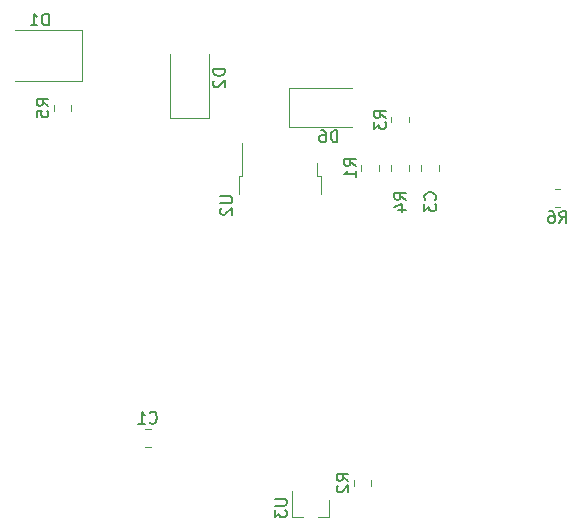
<source format=gbr>
%TF.GenerationSoftware,KiCad,Pcbnew,7.0.5*%
%TF.CreationDate,2024-03-07T15:26:59+01:00*%
%TF.ProjectId,g4_doorbell_module,67345f64-6f6f-4726-9265-6c6c5f6d6f64,rev?*%
%TF.SameCoordinates,Original*%
%TF.FileFunction,Legend,Bot*%
%TF.FilePolarity,Positive*%
%FSLAX46Y46*%
G04 Gerber Fmt 4.6, Leading zero omitted, Abs format (unit mm)*
G04 Created by KiCad (PCBNEW 7.0.5) date 2024-03-07 15:26:59*
%MOMM*%
%LPD*%
G01*
G04 APERTURE LIST*
%ADD10C,0.150000*%
%ADD11C,0.120000*%
G04 APERTURE END LIST*
D10*
%TO.C,C1*%
X28274166Y-46369580D02*
X28321785Y-46417200D01*
X28321785Y-46417200D02*
X28464642Y-46464819D01*
X28464642Y-46464819D02*
X28559880Y-46464819D01*
X28559880Y-46464819D02*
X28702737Y-46417200D01*
X28702737Y-46417200D02*
X28797975Y-46321961D01*
X28797975Y-46321961D02*
X28845594Y-46226723D01*
X28845594Y-46226723D02*
X28893213Y-46036247D01*
X28893213Y-46036247D02*
X28893213Y-45893390D01*
X28893213Y-45893390D02*
X28845594Y-45702914D01*
X28845594Y-45702914D02*
X28797975Y-45607676D01*
X28797975Y-45607676D02*
X28702737Y-45512438D01*
X28702737Y-45512438D02*
X28559880Y-45464819D01*
X28559880Y-45464819D02*
X28464642Y-45464819D01*
X28464642Y-45464819D02*
X28321785Y-45512438D01*
X28321785Y-45512438D02*
X28274166Y-45560057D01*
X27321785Y-46464819D02*
X27893213Y-46464819D01*
X27607499Y-46464819D02*
X27607499Y-45464819D01*
X27607499Y-45464819D02*
X27702737Y-45607676D01*
X27702737Y-45607676D02*
X27797975Y-45702914D01*
X27797975Y-45702914D02*
X27893213Y-45750533D01*
%TO.C,C3*%
X52429580Y-27519333D02*
X52477200Y-27471714D01*
X52477200Y-27471714D02*
X52524819Y-27328857D01*
X52524819Y-27328857D02*
X52524819Y-27233619D01*
X52524819Y-27233619D02*
X52477200Y-27090762D01*
X52477200Y-27090762D02*
X52381961Y-26995524D01*
X52381961Y-26995524D02*
X52286723Y-26947905D01*
X52286723Y-26947905D02*
X52096247Y-26900286D01*
X52096247Y-26900286D02*
X51953390Y-26900286D01*
X51953390Y-26900286D02*
X51762914Y-26947905D01*
X51762914Y-26947905D02*
X51667676Y-26995524D01*
X51667676Y-26995524D02*
X51572438Y-27090762D01*
X51572438Y-27090762D02*
X51524819Y-27233619D01*
X51524819Y-27233619D02*
X51524819Y-27328857D01*
X51524819Y-27328857D02*
X51572438Y-27471714D01*
X51572438Y-27471714D02*
X51620057Y-27519333D01*
X51524819Y-27852667D02*
X51524819Y-28471714D01*
X51524819Y-28471714D02*
X51905771Y-28138381D01*
X51905771Y-28138381D02*
X51905771Y-28281238D01*
X51905771Y-28281238D02*
X51953390Y-28376476D01*
X51953390Y-28376476D02*
X52001009Y-28424095D01*
X52001009Y-28424095D02*
X52096247Y-28471714D01*
X52096247Y-28471714D02*
X52334342Y-28471714D01*
X52334342Y-28471714D02*
X52429580Y-28424095D01*
X52429580Y-28424095D02*
X52477200Y-28376476D01*
X52477200Y-28376476D02*
X52524819Y-28281238D01*
X52524819Y-28281238D02*
X52524819Y-27995524D01*
X52524819Y-27995524D02*
X52477200Y-27900286D01*
X52477200Y-27900286D02*
X52429580Y-27852667D01*
%TO.C,R1*%
X45729819Y-24663333D02*
X45253628Y-24330000D01*
X45729819Y-24091905D02*
X44729819Y-24091905D01*
X44729819Y-24091905D02*
X44729819Y-24472857D01*
X44729819Y-24472857D02*
X44777438Y-24568095D01*
X44777438Y-24568095D02*
X44825057Y-24615714D01*
X44825057Y-24615714D02*
X44920295Y-24663333D01*
X44920295Y-24663333D02*
X45063152Y-24663333D01*
X45063152Y-24663333D02*
X45158390Y-24615714D01*
X45158390Y-24615714D02*
X45206009Y-24568095D01*
X45206009Y-24568095D02*
X45253628Y-24472857D01*
X45253628Y-24472857D02*
X45253628Y-24091905D01*
X45729819Y-25615714D02*
X45729819Y-25044286D01*
X45729819Y-25330000D02*
X44729819Y-25330000D01*
X44729819Y-25330000D02*
X44872676Y-25234762D01*
X44872676Y-25234762D02*
X44967914Y-25139524D01*
X44967914Y-25139524D02*
X45015533Y-25044286D01*
%TO.C,R2*%
X45094819Y-51333333D02*
X44618628Y-51000000D01*
X45094819Y-50761905D02*
X44094819Y-50761905D01*
X44094819Y-50761905D02*
X44094819Y-51142857D01*
X44094819Y-51142857D02*
X44142438Y-51238095D01*
X44142438Y-51238095D02*
X44190057Y-51285714D01*
X44190057Y-51285714D02*
X44285295Y-51333333D01*
X44285295Y-51333333D02*
X44428152Y-51333333D01*
X44428152Y-51333333D02*
X44523390Y-51285714D01*
X44523390Y-51285714D02*
X44571009Y-51238095D01*
X44571009Y-51238095D02*
X44618628Y-51142857D01*
X44618628Y-51142857D02*
X44618628Y-50761905D01*
X44190057Y-51714286D02*
X44142438Y-51761905D01*
X44142438Y-51761905D02*
X44094819Y-51857143D01*
X44094819Y-51857143D02*
X44094819Y-52095238D01*
X44094819Y-52095238D02*
X44142438Y-52190476D01*
X44142438Y-52190476D02*
X44190057Y-52238095D01*
X44190057Y-52238095D02*
X44285295Y-52285714D01*
X44285295Y-52285714D02*
X44380533Y-52285714D01*
X44380533Y-52285714D02*
X44523390Y-52238095D01*
X44523390Y-52238095D02*
X45094819Y-51666667D01*
X45094819Y-51666667D02*
X45094819Y-52285714D01*
%TO.C,R3*%
X48269819Y-20578334D02*
X47793628Y-20245001D01*
X48269819Y-20006906D02*
X47269819Y-20006906D01*
X47269819Y-20006906D02*
X47269819Y-20387858D01*
X47269819Y-20387858D02*
X47317438Y-20483096D01*
X47317438Y-20483096D02*
X47365057Y-20530715D01*
X47365057Y-20530715D02*
X47460295Y-20578334D01*
X47460295Y-20578334D02*
X47603152Y-20578334D01*
X47603152Y-20578334D02*
X47698390Y-20530715D01*
X47698390Y-20530715D02*
X47746009Y-20483096D01*
X47746009Y-20483096D02*
X47793628Y-20387858D01*
X47793628Y-20387858D02*
X47793628Y-20006906D01*
X47269819Y-20911668D02*
X47269819Y-21530715D01*
X47269819Y-21530715D02*
X47650771Y-21197382D01*
X47650771Y-21197382D02*
X47650771Y-21340239D01*
X47650771Y-21340239D02*
X47698390Y-21435477D01*
X47698390Y-21435477D02*
X47746009Y-21483096D01*
X47746009Y-21483096D02*
X47841247Y-21530715D01*
X47841247Y-21530715D02*
X48079342Y-21530715D01*
X48079342Y-21530715D02*
X48174580Y-21483096D01*
X48174580Y-21483096D02*
X48222200Y-21435477D01*
X48222200Y-21435477D02*
X48269819Y-21340239D01*
X48269819Y-21340239D02*
X48269819Y-21054525D01*
X48269819Y-21054525D02*
X48222200Y-20959287D01*
X48222200Y-20959287D02*
X48174580Y-20911668D01*
%TO.C,R4*%
X49984819Y-27519333D02*
X49508628Y-27186000D01*
X49984819Y-26947905D02*
X48984819Y-26947905D01*
X48984819Y-26947905D02*
X48984819Y-27328857D01*
X48984819Y-27328857D02*
X49032438Y-27424095D01*
X49032438Y-27424095D02*
X49080057Y-27471714D01*
X49080057Y-27471714D02*
X49175295Y-27519333D01*
X49175295Y-27519333D02*
X49318152Y-27519333D01*
X49318152Y-27519333D02*
X49413390Y-27471714D01*
X49413390Y-27471714D02*
X49461009Y-27424095D01*
X49461009Y-27424095D02*
X49508628Y-27328857D01*
X49508628Y-27328857D02*
X49508628Y-26947905D01*
X49318152Y-28376476D02*
X49984819Y-28376476D01*
X48937200Y-28138381D02*
X49651485Y-27900286D01*
X49651485Y-27900286D02*
X49651485Y-28519333D01*
%TO.C,R5*%
X19694819Y-19583333D02*
X19218628Y-19250000D01*
X19694819Y-19011905D02*
X18694819Y-19011905D01*
X18694819Y-19011905D02*
X18694819Y-19392857D01*
X18694819Y-19392857D02*
X18742438Y-19488095D01*
X18742438Y-19488095D02*
X18790057Y-19535714D01*
X18790057Y-19535714D02*
X18885295Y-19583333D01*
X18885295Y-19583333D02*
X19028152Y-19583333D01*
X19028152Y-19583333D02*
X19123390Y-19535714D01*
X19123390Y-19535714D02*
X19171009Y-19488095D01*
X19171009Y-19488095D02*
X19218628Y-19392857D01*
X19218628Y-19392857D02*
X19218628Y-19011905D01*
X18694819Y-20488095D02*
X18694819Y-20011905D01*
X18694819Y-20011905D02*
X19171009Y-19964286D01*
X19171009Y-19964286D02*
X19123390Y-20011905D01*
X19123390Y-20011905D02*
X19075771Y-20107143D01*
X19075771Y-20107143D02*
X19075771Y-20345238D01*
X19075771Y-20345238D02*
X19123390Y-20440476D01*
X19123390Y-20440476D02*
X19171009Y-20488095D01*
X19171009Y-20488095D02*
X19266247Y-20535714D01*
X19266247Y-20535714D02*
X19504342Y-20535714D01*
X19504342Y-20535714D02*
X19599580Y-20488095D01*
X19599580Y-20488095D02*
X19647200Y-20440476D01*
X19647200Y-20440476D02*
X19694819Y-20345238D01*
X19694819Y-20345238D02*
X19694819Y-20107143D01*
X19694819Y-20107143D02*
X19647200Y-20011905D01*
X19647200Y-20011905D02*
X19599580Y-19964286D01*
%TO.C,R6*%
X62966666Y-29474819D02*
X63299999Y-28998628D01*
X63538094Y-29474819D02*
X63538094Y-28474819D01*
X63538094Y-28474819D02*
X63157142Y-28474819D01*
X63157142Y-28474819D02*
X63061904Y-28522438D01*
X63061904Y-28522438D02*
X63014285Y-28570057D01*
X63014285Y-28570057D02*
X62966666Y-28665295D01*
X62966666Y-28665295D02*
X62966666Y-28808152D01*
X62966666Y-28808152D02*
X63014285Y-28903390D01*
X63014285Y-28903390D02*
X63061904Y-28951009D01*
X63061904Y-28951009D02*
X63157142Y-28998628D01*
X63157142Y-28998628D02*
X63538094Y-28998628D01*
X62109523Y-28474819D02*
X62299999Y-28474819D01*
X62299999Y-28474819D02*
X62395237Y-28522438D01*
X62395237Y-28522438D02*
X62442856Y-28570057D01*
X62442856Y-28570057D02*
X62538094Y-28712914D01*
X62538094Y-28712914D02*
X62585713Y-28903390D01*
X62585713Y-28903390D02*
X62585713Y-29284342D01*
X62585713Y-29284342D02*
X62538094Y-29379580D01*
X62538094Y-29379580D02*
X62490475Y-29427200D01*
X62490475Y-29427200D02*
X62395237Y-29474819D01*
X62395237Y-29474819D02*
X62204761Y-29474819D01*
X62204761Y-29474819D02*
X62109523Y-29427200D01*
X62109523Y-29427200D02*
X62061904Y-29379580D01*
X62061904Y-29379580D02*
X62014285Y-29284342D01*
X62014285Y-29284342D02*
X62014285Y-29046247D01*
X62014285Y-29046247D02*
X62061904Y-28951009D01*
X62061904Y-28951009D02*
X62109523Y-28903390D01*
X62109523Y-28903390D02*
X62204761Y-28855771D01*
X62204761Y-28855771D02*
X62395237Y-28855771D01*
X62395237Y-28855771D02*
X62490475Y-28903390D01*
X62490475Y-28903390D02*
X62538094Y-28951009D01*
X62538094Y-28951009D02*
X62585713Y-29046247D01*
%TO.C,U2*%
X34259819Y-27243095D02*
X35069342Y-27243095D01*
X35069342Y-27243095D02*
X35164580Y-27290714D01*
X35164580Y-27290714D02*
X35212200Y-27338333D01*
X35212200Y-27338333D02*
X35259819Y-27433571D01*
X35259819Y-27433571D02*
X35259819Y-27624047D01*
X35259819Y-27624047D02*
X35212200Y-27719285D01*
X35212200Y-27719285D02*
X35164580Y-27766904D01*
X35164580Y-27766904D02*
X35069342Y-27814523D01*
X35069342Y-27814523D02*
X34259819Y-27814523D01*
X34355057Y-28243095D02*
X34307438Y-28290714D01*
X34307438Y-28290714D02*
X34259819Y-28385952D01*
X34259819Y-28385952D02*
X34259819Y-28624047D01*
X34259819Y-28624047D02*
X34307438Y-28719285D01*
X34307438Y-28719285D02*
X34355057Y-28766904D01*
X34355057Y-28766904D02*
X34450295Y-28814523D01*
X34450295Y-28814523D02*
X34545533Y-28814523D01*
X34545533Y-28814523D02*
X34688390Y-28766904D01*
X34688390Y-28766904D02*
X35259819Y-28195476D01*
X35259819Y-28195476D02*
X35259819Y-28814523D01*
%TO.C,D2*%
X34639819Y-16471905D02*
X33639819Y-16471905D01*
X33639819Y-16471905D02*
X33639819Y-16710000D01*
X33639819Y-16710000D02*
X33687438Y-16852857D01*
X33687438Y-16852857D02*
X33782676Y-16948095D01*
X33782676Y-16948095D02*
X33877914Y-16995714D01*
X33877914Y-16995714D02*
X34068390Y-17043333D01*
X34068390Y-17043333D02*
X34211247Y-17043333D01*
X34211247Y-17043333D02*
X34401723Y-16995714D01*
X34401723Y-16995714D02*
X34496961Y-16948095D01*
X34496961Y-16948095D02*
X34592200Y-16852857D01*
X34592200Y-16852857D02*
X34639819Y-16710000D01*
X34639819Y-16710000D02*
X34639819Y-16471905D01*
X33735057Y-17424286D02*
X33687438Y-17471905D01*
X33687438Y-17471905D02*
X33639819Y-17567143D01*
X33639819Y-17567143D02*
X33639819Y-17805238D01*
X33639819Y-17805238D02*
X33687438Y-17900476D01*
X33687438Y-17900476D02*
X33735057Y-17948095D01*
X33735057Y-17948095D02*
X33830295Y-17995714D01*
X33830295Y-17995714D02*
X33925533Y-17995714D01*
X33925533Y-17995714D02*
X34068390Y-17948095D01*
X34068390Y-17948095D02*
X34639819Y-17376667D01*
X34639819Y-17376667D02*
X34639819Y-17995714D01*
%TO.C,D1*%
X19723094Y-12759819D02*
X19723094Y-11759819D01*
X19723094Y-11759819D02*
X19484999Y-11759819D01*
X19484999Y-11759819D02*
X19342142Y-11807438D01*
X19342142Y-11807438D02*
X19246904Y-11902676D01*
X19246904Y-11902676D02*
X19199285Y-11997914D01*
X19199285Y-11997914D02*
X19151666Y-12188390D01*
X19151666Y-12188390D02*
X19151666Y-12331247D01*
X19151666Y-12331247D02*
X19199285Y-12521723D01*
X19199285Y-12521723D02*
X19246904Y-12616961D01*
X19246904Y-12616961D02*
X19342142Y-12712200D01*
X19342142Y-12712200D02*
X19484999Y-12759819D01*
X19484999Y-12759819D02*
X19723094Y-12759819D01*
X18199285Y-12759819D02*
X18770713Y-12759819D01*
X18484999Y-12759819D02*
X18484999Y-11759819D01*
X18484999Y-11759819D02*
X18580237Y-11902676D01*
X18580237Y-11902676D02*
X18675475Y-11997914D01*
X18675475Y-11997914D02*
X18770713Y-12045533D01*
%TO.C,U3*%
X38864819Y-52848095D02*
X39674342Y-52848095D01*
X39674342Y-52848095D02*
X39769580Y-52895714D01*
X39769580Y-52895714D02*
X39817200Y-52943333D01*
X39817200Y-52943333D02*
X39864819Y-53038571D01*
X39864819Y-53038571D02*
X39864819Y-53229047D01*
X39864819Y-53229047D02*
X39817200Y-53324285D01*
X39817200Y-53324285D02*
X39769580Y-53371904D01*
X39769580Y-53371904D02*
X39674342Y-53419523D01*
X39674342Y-53419523D02*
X38864819Y-53419523D01*
X38864819Y-53800476D02*
X38864819Y-54419523D01*
X38864819Y-54419523D02*
X39245771Y-54086190D01*
X39245771Y-54086190D02*
X39245771Y-54229047D01*
X39245771Y-54229047D02*
X39293390Y-54324285D01*
X39293390Y-54324285D02*
X39341009Y-54371904D01*
X39341009Y-54371904D02*
X39436247Y-54419523D01*
X39436247Y-54419523D02*
X39674342Y-54419523D01*
X39674342Y-54419523D02*
X39769580Y-54371904D01*
X39769580Y-54371904D02*
X39817200Y-54324285D01*
X39817200Y-54324285D02*
X39864819Y-54229047D01*
X39864819Y-54229047D02*
X39864819Y-53943333D01*
X39864819Y-53943333D02*
X39817200Y-53848095D01*
X39817200Y-53848095D02*
X39769580Y-53800476D01*
%TO.C,D6*%
X44172094Y-22639819D02*
X44172094Y-21639819D01*
X44172094Y-21639819D02*
X43933999Y-21639819D01*
X43933999Y-21639819D02*
X43791142Y-21687438D01*
X43791142Y-21687438D02*
X43695904Y-21782676D01*
X43695904Y-21782676D02*
X43648285Y-21877914D01*
X43648285Y-21877914D02*
X43600666Y-22068390D01*
X43600666Y-22068390D02*
X43600666Y-22211247D01*
X43600666Y-22211247D02*
X43648285Y-22401723D01*
X43648285Y-22401723D02*
X43695904Y-22496961D01*
X43695904Y-22496961D02*
X43791142Y-22592200D01*
X43791142Y-22592200D02*
X43933999Y-22639819D01*
X43933999Y-22639819D02*
X44172094Y-22639819D01*
X42743523Y-21639819D02*
X42933999Y-21639819D01*
X42933999Y-21639819D02*
X43029237Y-21687438D01*
X43029237Y-21687438D02*
X43076856Y-21735057D01*
X43076856Y-21735057D02*
X43172094Y-21877914D01*
X43172094Y-21877914D02*
X43219713Y-22068390D01*
X43219713Y-22068390D02*
X43219713Y-22449342D01*
X43219713Y-22449342D02*
X43172094Y-22544580D01*
X43172094Y-22544580D02*
X43124475Y-22592200D01*
X43124475Y-22592200D02*
X43029237Y-22639819D01*
X43029237Y-22639819D02*
X42838761Y-22639819D01*
X42838761Y-22639819D02*
X42743523Y-22592200D01*
X42743523Y-22592200D02*
X42695904Y-22544580D01*
X42695904Y-22544580D02*
X42648285Y-22449342D01*
X42648285Y-22449342D02*
X42648285Y-22211247D01*
X42648285Y-22211247D02*
X42695904Y-22116009D01*
X42695904Y-22116009D02*
X42743523Y-22068390D01*
X42743523Y-22068390D02*
X42838761Y-22020771D01*
X42838761Y-22020771D02*
X43029237Y-22020771D01*
X43029237Y-22020771D02*
X43124475Y-22068390D01*
X43124475Y-22068390D02*
X43172094Y-22116009D01*
X43172094Y-22116009D02*
X43219713Y-22211247D01*
D11*
%TO.C,C1*%
X28368752Y-48425000D02*
X27846248Y-48425000D01*
X28368752Y-46955000D02*
X27846248Y-46955000D01*
%TO.C,C3*%
X52740000Y-24568748D02*
X52740000Y-25091252D01*
X51270000Y-24568748D02*
X51270000Y-25091252D01*
%TO.C,R1*%
X47660000Y-24602936D02*
X47660000Y-25057064D01*
X46190000Y-24602936D02*
X46190000Y-25057064D01*
%TO.C,R2*%
X47025000Y-51272936D02*
X47025000Y-51727064D01*
X45555000Y-51272936D02*
X45555000Y-51727064D01*
%TO.C,R3*%
X50200000Y-20517937D02*
X50200000Y-20972065D01*
X48730000Y-20517937D02*
X48730000Y-20972065D01*
%TO.C,R4*%
X50200000Y-24602936D02*
X50200000Y-25057064D01*
X48730000Y-24602936D02*
X48730000Y-25057064D01*
%TO.C,R5*%
X21625000Y-19522936D02*
X21625000Y-19977064D01*
X20155000Y-19522936D02*
X20155000Y-19977064D01*
%TO.C,R6*%
X62572936Y-26635000D02*
X63027064Y-26635000D01*
X62572936Y-28105000D02*
X63027064Y-28105000D01*
%TO.C,U2*%
X42755000Y-25535000D02*
X42485000Y-25535000D01*
X42485000Y-25535000D02*
X42485000Y-24435000D01*
X36125000Y-25535000D02*
X36125000Y-22705000D01*
X35855000Y-25535000D02*
X36125000Y-25535000D01*
X42755000Y-27035000D02*
X42755000Y-25535000D01*
X35855000Y-27035000D02*
X35855000Y-25535000D01*
%TO.C,D2*%
X30035000Y-20610000D02*
X30035000Y-15210000D01*
X33335000Y-20610000D02*
X30035000Y-20610000D01*
X33335000Y-20610000D02*
X33335000Y-15210000D01*
%TO.C,D1*%
X22535000Y-17455000D02*
X16835000Y-17455000D01*
X22535000Y-13155000D02*
X22535000Y-17455000D01*
X22535000Y-13155000D02*
X16835000Y-13155000D01*
%TO.C,U3*%
X43490000Y-54370000D02*
X43490000Y-52910000D01*
X43490000Y-54370000D02*
X42560000Y-54370000D01*
X40330000Y-54370000D02*
X40330000Y-52210000D01*
X40330000Y-54370000D02*
X41260000Y-54370000D01*
%TO.C,D6*%
X40034000Y-18035000D02*
X45434000Y-18035000D01*
X40034000Y-21335000D02*
X40034000Y-18035000D01*
X40034000Y-21335000D02*
X45434000Y-21335000D01*
%TD*%
M02*

</source>
